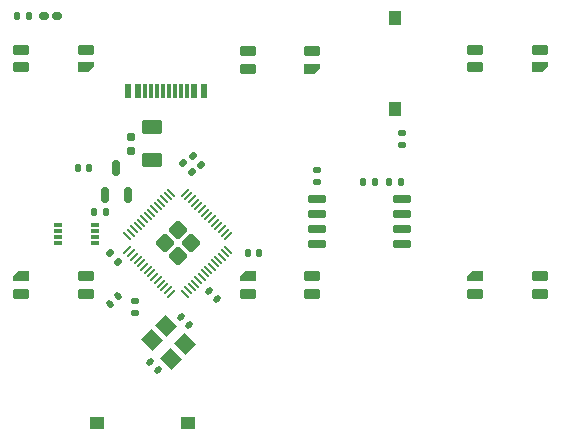
<source format=gbp>
G04 #@! TF.GenerationSoftware,KiCad,Pcbnew,(7.0.0)*
G04 #@! TF.CreationDate,2023-09-09T12:15:38-05:00*
G04 #@! TF.ProjectId,6_key_macro_pad_V1,365f6b65-795f-46d6-9163-726f5f706164,rev?*
G04 #@! TF.SameCoordinates,Original*
G04 #@! TF.FileFunction,Paste,Bot*
G04 #@! TF.FilePolarity,Positive*
%FSLAX46Y46*%
G04 Gerber Fmt 4.6, Leading zero omitted, Abs format (unit mm)*
G04 Created by KiCad (PCBNEW (7.0.0)) date 2023-09-09 12:15:38*
%MOMM*%
%LPD*%
G01*
G04 APERTURE LIST*
G04 Aperture macros list*
%AMRoundRect*
0 Rectangle with rounded corners*
0 $1 Rounding radius*
0 $2 $3 $4 $5 $6 $7 $8 $9 X,Y pos of 4 corners*
0 Add a 4 corners polygon primitive as box body*
4,1,4,$2,$3,$4,$5,$6,$7,$8,$9,$2,$3,0*
0 Add four circle primitives for the rounded corners*
1,1,$1+$1,$2,$3*
1,1,$1+$1,$4,$5*
1,1,$1+$1,$6,$7*
1,1,$1+$1,$8,$9*
0 Add four rect primitives between the rounded corners*
20,1,$1+$1,$2,$3,$4,$5,0*
20,1,$1+$1,$4,$5,$6,$7,0*
20,1,$1+$1,$6,$7,$8,$9,0*
20,1,$1+$1,$8,$9,$2,$3,0*%
%AMRotRect*
0 Rectangle, with rotation*
0 The origin of the aperture is its center*
0 $1 length*
0 $2 width*
0 $3 Rotation angle, in degrees counterclockwise*
0 Add horizontal line*
21,1,$1,$2,0,0,$3*%
%AMFreePoly0*
4,1,18,-0.410000,0.593000,-0.403758,0.624380,-0.385983,0.650983,-0.359380,0.668758,-0.328000,0.675000,0.328000,0.675000,0.359380,0.668758,0.385983,0.650983,0.403758,0.624380,0.410000,0.593000,0.410000,-0.593000,0.403758,-0.624380,0.385983,-0.650983,0.359380,-0.668758,0.328000,-0.675000,0.000000,-0.675000,-0.410000,-0.265000,-0.410000,0.593000,-0.410000,0.593000,$1*%
G04 Aperture macros list end*
%ADD10RoundRect,0.135000X0.135000X0.185000X-0.135000X0.185000X-0.135000X-0.185000X0.135000X-0.185000X0*%
%ADD11RoundRect,0.249999X0.558616X0.000000X0.000000X0.558616X-0.558616X0.000000X0.000000X-0.558616X0*%
%ADD12RoundRect,0.050000X0.309359X-0.238649X-0.238649X0.309359X-0.309359X0.238649X0.238649X-0.309359X0*%
%ADD13RoundRect,0.050000X0.309359X0.238649X0.238649X0.309359X-0.309359X-0.238649X-0.238649X-0.309359X0*%
%ADD14RoundRect,0.082000X0.593000X-0.328000X0.593000X0.328000X-0.593000X0.328000X-0.593000X-0.328000X0*%
%ADD15FreePoly0,90.000000*%
%ADD16RoundRect,0.250000X-0.625000X0.375000X-0.625000X-0.375000X0.625000X-0.375000X0.625000X0.375000X0*%
%ADD17R,1.250000X1.000000*%
%ADD18R,1.000000X1.250000*%
%ADD19RoundRect,0.135000X0.185000X-0.135000X0.185000X0.135000X-0.185000X0.135000X-0.185000X-0.135000X0*%
%ADD20RoundRect,0.140000X-0.140000X-0.170000X0.140000X-0.170000X0.140000X0.170000X-0.140000X0.170000X0*%
%ADD21RoundRect,0.140000X0.170000X-0.140000X0.170000X0.140000X-0.170000X0.140000X-0.170000X-0.140000X0*%
%ADD22RoundRect,0.160000X-0.160000X0.197500X-0.160000X-0.197500X0.160000X-0.197500X0.160000X0.197500X0*%
%ADD23RoundRect,0.140000X-0.219203X-0.021213X-0.021213X-0.219203X0.219203X0.021213X0.021213X0.219203X0*%
%ADD24RotRect,1.400000X1.200000X135.000000*%
%ADD25RoundRect,0.140000X0.219203X0.021213X0.021213X0.219203X-0.219203X-0.021213X-0.021213X-0.219203X0*%
%ADD26RoundRect,0.135000X-0.135000X-0.185000X0.135000X-0.185000X0.135000X0.185000X-0.135000X0.185000X0*%
%ADD27R,0.600000X1.150000*%
%ADD28R,0.300000X1.150000*%
%ADD29RoundRect,0.135000X0.226274X0.035355X0.035355X0.226274X-0.226274X-0.035355X-0.035355X-0.226274X0*%
%ADD30RoundRect,0.135000X-0.185000X0.135000X-0.185000X-0.135000X0.185000X-0.135000X0.185000X0.135000X0*%
%ADD31RoundRect,0.160000X0.222500X0.160000X-0.222500X0.160000X-0.222500X-0.160000X0.222500X-0.160000X0*%
%ADD32RoundRect,0.140000X0.140000X0.170000X-0.140000X0.170000X-0.140000X-0.170000X0.140000X-0.170000X0*%
%ADD33RoundRect,0.082000X-0.593000X0.328000X-0.593000X-0.328000X0.593000X-0.328000X0.593000X0.328000X0*%
%ADD34FreePoly0,270.000000*%
%ADD35RoundRect,0.150000X0.650000X0.150000X-0.650000X0.150000X-0.650000X-0.150000X0.650000X-0.150000X0*%
%ADD36RoundRect,0.150000X0.150000X-0.512500X0.150000X0.512500X-0.150000X0.512500X-0.150000X-0.512500X0*%
%ADD37R,0.800000X0.300000*%
%ADD38RoundRect,0.140000X-0.021213X0.219203X-0.219203X0.021213X0.021213X-0.219203X0.219203X-0.021213X0*%
G04 APERTURE END LIST*
D10*
X196710000Y-85400000D03*
X195690000Y-85400000D03*
D11*
X177800000Y-91731371D03*
X178931371Y-90600000D03*
X176668629Y-90600000D03*
X177800000Y-89468629D03*
D12*
X182069157Y-91192202D03*
X181786314Y-91475045D03*
X181503472Y-91757887D03*
X181220629Y-92040730D03*
X180937786Y-92323573D03*
X180654944Y-92606415D03*
X180372101Y-92889258D03*
X180089258Y-93172101D03*
X179806415Y-93454944D03*
X179523573Y-93737786D03*
X179240730Y-94020629D03*
X178957887Y-94303472D03*
X178675045Y-94586314D03*
X178392202Y-94869157D03*
D13*
X177207798Y-94869157D03*
X176924955Y-94586314D03*
X176642113Y-94303472D03*
X176359270Y-94020629D03*
X176076427Y-93737786D03*
X175793585Y-93454944D03*
X175510742Y-93172101D03*
X175227899Y-92889258D03*
X174945056Y-92606415D03*
X174662214Y-92323573D03*
X174379371Y-92040730D03*
X174096528Y-91757887D03*
X173813686Y-91475045D03*
X173530843Y-91192202D03*
D12*
X173530843Y-90007798D03*
X173813686Y-89724955D03*
X174096528Y-89442113D03*
X174379371Y-89159270D03*
X174662214Y-88876427D03*
X174945056Y-88593585D03*
X175227899Y-88310742D03*
X175510742Y-88027899D03*
X175793585Y-87745056D03*
X176076427Y-87462214D03*
X176359270Y-87179371D03*
X176642113Y-86896528D03*
X176924955Y-86613686D03*
X177207798Y-86330843D03*
D13*
X178392202Y-86330843D03*
X178675045Y-86613686D03*
X178957887Y-86896528D03*
X179240730Y-87179371D03*
X179523573Y-87462214D03*
X179806415Y-87745056D03*
X180089258Y-88027899D03*
X180372101Y-88310742D03*
X180654944Y-88593585D03*
X180937786Y-88876427D03*
X181220629Y-89159270D03*
X181503472Y-89442113D03*
X181786314Y-89724955D03*
X182069157Y-90007798D03*
D10*
X194510000Y-85400000D03*
X193490000Y-85400000D03*
D14*
X183743585Y-74317444D03*
X183743585Y-75817444D03*
X189193585Y-74317444D03*
D15*
X189193584Y-75817443D03*
D16*
X175600000Y-80800000D03*
X175600000Y-83600000D03*
D17*
X178674999Y-105799999D03*
X170924999Y-105799999D03*
D14*
X164543585Y-74217444D03*
X164543585Y-75717444D03*
X169993585Y-74217444D03*
D15*
X169993584Y-75717443D03*
D18*
X196199999Y-71524999D03*
X196199999Y-79274999D03*
D19*
X196800000Y-82310000D03*
X196800000Y-81290000D03*
D20*
X183720000Y-91400000D03*
X184680000Y-91400000D03*
D21*
X189600000Y-85400000D03*
X189600000Y-84440000D03*
D14*
X202993585Y-74217444D03*
X202993585Y-75717444D03*
X208443585Y-74217444D03*
D15*
X208443584Y-75717443D03*
D22*
X173800000Y-81600000D03*
X173800000Y-82795000D03*
D23*
X181139411Y-95339411D03*
X180460589Y-94660589D03*
D24*
X177176776Y-100378857D03*
X175621141Y-98823222D03*
X176823222Y-97621141D03*
X178378857Y-99176776D03*
D25*
X178739411Y-97539411D03*
X178060589Y-96860589D03*
D26*
X164180000Y-71400000D03*
X165200000Y-71400000D03*
D27*
X173599999Y-77679999D03*
X174399999Y-77679999D03*
D28*
X175549999Y-77679999D03*
X176549999Y-77679999D03*
X177049999Y-77679999D03*
X178049999Y-77679999D03*
D27*
X179199999Y-77679999D03*
X179999999Y-77679999D03*
X179999999Y-77679999D03*
X179199999Y-77679999D03*
D28*
X178549999Y-77679999D03*
X177549999Y-77679999D03*
X176049999Y-77679999D03*
X175049999Y-77679999D03*
D27*
X174399999Y-77679999D03*
X173599999Y-77679999D03*
D29*
X172760624Y-92160624D03*
X172039376Y-91439376D03*
D30*
X174200000Y-95490000D03*
X174200000Y-96510000D03*
D31*
X167600000Y-71400000D03*
X166455000Y-71400000D03*
D32*
X171680000Y-88000000D03*
X170720000Y-88000000D03*
D33*
X189193585Y-94917444D03*
X189193585Y-93417444D03*
X183743585Y-94917444D03*
D34*
X183743584Y-93417443D03*
D33*
X208418585Y-94867444D03*
X208418585Y-93367444D03*
X202968585Y-94867444D03*
D34*
X202968584Y-93367443D03*
D35*
X196800000Y-86895000D03*
X196800000Y-88165000D03*
X196800000Y-89435000D03*
X196800000Y-90705000D03*
X189600000Y-90705000D03*
X189600000Y-89435000D03*
X189600000Y-88165000D03*
X189600000Y-86895000D03*
D23*
X175460589Y-100660589D03*
X176139411Y-101339411D03*
D36*
X173550000Y-86537500D03*
X171650000Y-86537500D03*
X172600000Y-84262500D03*
D33*
X169993585Y-94917444D03*
X169993585Y-93417444D03*
X164543585Y-94917444D03*
D34*
X164543584Y-93417443D03*
D32*
X170280000Y-84200000D03*
X169320000Y-84200000D03*
D37*
X170749999Y-89049999D03*
X170749999Y-89549999D03*
X170749999Y-90049999D03*
X170749999Y-90549999D03*
X167649999Y-90549999D03*
X167649999Y-90049999D03*
X167649999Y-89549999D03*
X167649999Y-89049999D03*
D38*
X172739411Y-95060589D03*
X172060589Y-95739411D03*
D29*
X178960624Y-84560624D03*
X178239376Y-83839376D03*
X179760624Y-83960624D03*
X179039376Y-83239376D03*
M02*

</source>
